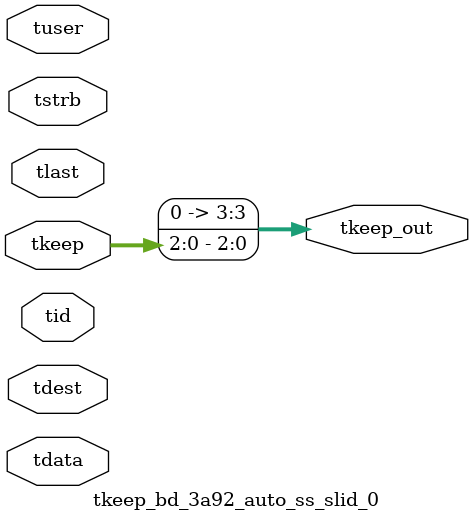
<source format=v>


`timescale 1ps/1ps

module tkeep_bd_3a92_auto_ss_slid_0 #
(
parameter C_S_AXIS_TDATA_WIDTH = 32,
parameter C_S_AXIS_TUSER_WIDTH = 0,
parameter C_S_AXIS_TID_WIDTH   = 0,
parameter C_S_AXIS_TDEST_WIDTH = 0,
parameter C_M_AXIS_TDATA_WIDTH = 32
)
(
input  [(C_S_AXIS_TDATA_WIDTH == 0 ? 1 : C_S_AXIS_TDATA_WIDTH)-1:0     ] tdata,
input  [(C_S_AXIS_TUSER_WIDTH == 0 ? 1 : C_S_AXIS_TUSER_WIDTH)-1:0     ] tuser,
input  [(C_S_AXIS_TID_WIDTH   == 0 ? 1 : C_S_AXIS_TID_WIDTH)-1:0       ] tid,
input  [(C_S_AXIS_TDEST_WIDTH == 0 ? 1 : C_S_AXIS_TDEST_WIDTH)-1:0     ] tdest,
input  [(C_S_AXIS_TDATA_WIDTH/8)-1:0 ] tkeep,
input  [(C_S_AXIS_TDATA_WIDTH/8)-1:0 ] tstrb,
input                                                                    tlast,
output [(C_M_AXIS_TDATA_WIDTH/8)-1:0 ] tkeep_out
);

assign tkeep_out = {tkeep[2:0]};

endmodule


</source>
